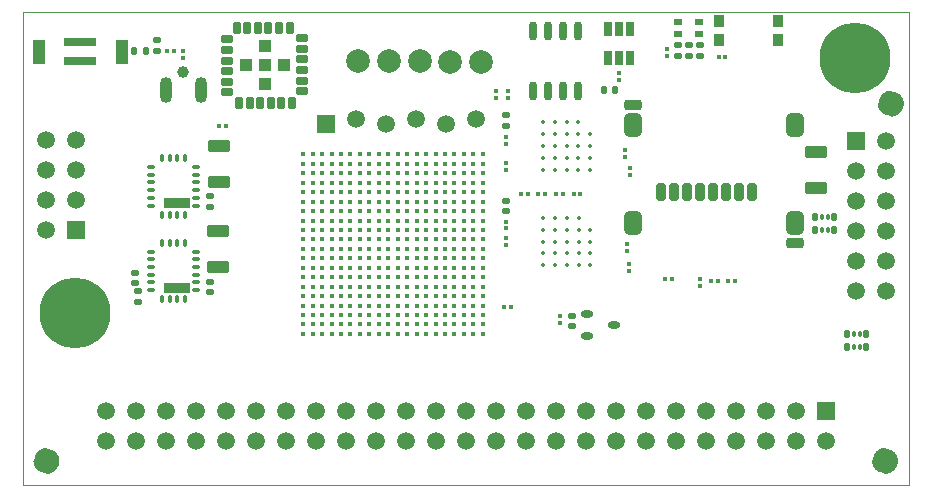
<source format=gts>
%FSLAX44Y44*%
%MOMM*%
G71*
G01*
G75*
G04 Layer_Color=8388736*
%ADD10C,0.1500*%
%ADD11C,1.0000*%
%ADD12O,1.0500X2.2000*%
G04:AMPARAMS|DCode=13|XSize=0.6mm|YSize=0.5mm|CornerRadius=0.05mm|HoleSize=0mm|Usage=FLASHONLY|Rotation=0.000|XOffset=0mm|YOffset=0mm|HoleType=Round|Shape=RoundedRectangle|*
%AMROUNDEDRECTD13*
21,1,0.6000,0.4000,0,0,0.0*
21,1,0.5000,0.5000,0,0,0.0*
1,1,0.1000,0.2500,-0.2000*
1,1,0.1000,-0.2500,-0.2000*
1,1,0.1000,-0.2500,0.2000*
1,1,0.1000,0.2500,0.2000*
%
%ADD13ROUNDEDRECTD13*%
G04:AMPARAMS|DCode=14|XSize=0.45mm|YSize=0.65mm|CornerRadius=0.1125mm|HoleSize=0mm|Usage=FLASHONLY|Rotation=180.000|XOffset=0mm|YOffset=0mm|HoleType=Round|Shape=RoundedRectangle|*
%AMROUNDEDRECTD14*
21,1,0.4500,0.4250,0,0,180.0*
21,1,0.2250,0.6500,0,0,180.0*
1,1,0.2250,-0.1125,0.2125*
1,1,0.2250,0.1125,0.2125*
1,1,0.2250,0.1125,-0.2125*
1,1,0.2250,-0.1125,-0.2125*
%
%ADD14ROUNDEDRECTD14*%
%ADD15O,0.3000X0.6500*%
G04:AMPARAMS|DCode=16|XSize=0.4mm|YSize=0.37mm|CornerRadius=0.037mm|HoleSize=0mm|Usage=FLASHONLY|Rotation=90.000|XOffset=0mm|YOffset=0mm|HoleType=Round|Shape=RoundedRectangle|*
%AMROUNDEDRECTD16*
21,1,0.4000,0.2960,0,0,90.0*
21,1,0.3260,0.3700,0,0,90.0*
1,1,0.0740,0.1480,0.1630*
1,1,0.0740,0.1480,-0.1630*
1,1,0.0740,-0.1480,-0.1630*
1,1,0.0740,-0.1480,0.1630*
%
%ADD16ROUNDEDRECTD16*%
G04:AMPARAMS|DCode=17|XSize=0.6mm|YSize=0.5mm|CornerRadius=0.05mm|HoleSize=0mm|Usage=FLASHONLY|Rotation=270.000|XOffset=0mm|YOffset=0mm|HoleType=Round|Shape=RoundedRectangle|*
%AMROUNDEDRECTD17*
21,1,0.6000,0.4000,0,0,270.0*
21,1,0.5000,0.5000,0,0,270.0*
1,1,0.1000,-0.2000,-0.2500*
1,1,0.1000,-0.2000,0.2500*
1,1,0.1000,0.2000,0.2500*
1,1,0.1000,0.2000,-0.2500*
%
%ADD17ROUNDEDRECTD17*%
G04:AMPARAMS|DCode=18|XSize=0.4mm|YSize=0.37mm|CornerRadius=0.037mm|HoleSize=0mm|Usage=FLASHONLY|Rotation=180.000|XOffset=0mm|YOffset=0mm|HoleType=Round|Shape=RoundedRectangle|*
%AMROUNDEDRECTD18*
21,1,0.4000,0.2960,0,0,180.0*
21,1,0.3260,0.3700,0,0,180.0*
1,1,0.0740,-0.1630,0.1480*
1,1,0.0740,0.1630,0.1480*
1,1,0.0740,0.1630,-0.1480*
1,1,0.0740,-0.1630,-0.1480*
%
%ADD18ROUNDEDRECTD18*%
G04:AMPARAMS|DCode=19|XSize=0.5mm|YSize=0.62mm|CornerRadius=0.1mm|HoleSize=0mm|Usage=FLASHONLY|Rotation=90.000|XOffset=0mm|YOffset=0mm|HoleType=Round|Shape=RoundedRectangle|*
%AMROUNDEDRECTD19*
21,1,0.5000,0.4200,0,0,90.0*
21,1,0.3000,0.6200,0,0,90.0*
1,1,0.2000,0.2100,0.1500*
1,1,0.2000,0.2100,-0.1500*
1,1,0.2000,-0.2100,-0.1500*
1,1,0.2000,-0.2100,0.1500*
%
%ADD19ROUNDEDRECTD19*%
G04:AMPARAMS|DCode=20|XSize=0.5mm|YSize=0.62mm|CornerRadius=0.1mm|HoleSize=0mm|Usage=FLASHONLY|Rotation=180.000|XOffset=0mm|YOffset=0mm|HoleType=Round|Shape=RoundedRectangle|*
%AMROUNDEDRECTD20*
21,1,0.5000,0.4200,0,0,180.0*
21,1,0.3000,0.6200,0,0,180.0*
1,1,0.2000,-0.1500,0.2100*
1,1,0.2000,0.1500,0.2100*
1,1,0.2000,0.1500,-0.2100*
1,1,0.2000,-0.1500,-0.2100*
%
%ADD20ROUNDEDRECTD20*%
G04:AMPARAMS|DCode=21|XSize=1mm|YSize=0.7mm|CornerRadius=0.1155mm|HoleSize=0mm|Usage=FLASHONLY|Rotation=90.000|XOffset=0mm|YOffset=0mm|HoleType=Round|Shape=RoundedRectangle|*
%AMROUNDEDRECTD21*
21,1,1.0000,0.4690,0,0,90.0*
21,1,0.7690,0.7000,0,0,90.0*
1,1,0.2310,0.2345,0.3845*
1,1,0.2310,0.2345,-0.3845*
1,1,0.2310,-0.2345,-0.3845*
1,1,0.2310,-0.2345,0.3845*
%
%ADD21ROUNDEDRECTD21*%
G04:AMPARAMS|DCode=22|XSize=1mm|YSize=0.7mm|CornerRadius=0.1155mm|HoleSize=0mm|Usage=FLASHONLY|Rotation=0.000|XOffset=0mm|YOffset=0mm|HoleType=Round|Shape=RoundedRectangle|*
%AMROUNDEDRECTD22*
21,1,1.0000,0.4690,0,0,0.0*
21,1,0.7690,0.7000,0,0,0.0*
1,1,0.2310,0.3845,-0.2345*
1,1,0.2310,-0.3845,-0.2345*
1,1,0.2310,-0.3845,0.2345*
1,1,0.2310,0.3845,0.2345*
%
%ADD22ROUNDEDRECTD22*%
G04:AMPARAMS|DCode=23|XSize=1.1mm|YSize=1.1mm|CornerRadius=0.1815mm|HoleSize=0mm|Usage=FLASHONLY|Rotation=90.000|XOffset=0mm|YOffset=0mm|HoleType=Round|Shape=RoundedRectangle|*
%AMROUNDEDRECTD23*
21,1,1.1000,0.7370,0,0,90.0*
21,1,0.7370,1.1000,0,0,90.0*
1,1,0.3630,0.3685,0.3685*
1,1,0.3630,0.3685,-0.3685*
1,1,0.3630,-0.3685,-0.3685*
1,1,0.3630,-0.3685,0.3685*
%
%ADD23ROUNDEDRECTD23*%
%ADD24O,1.0500X0.6000*%
G04:AMPARAMS|DCode=25|XSize=0.8mm|YSize=1.5mm|CornerRadius=0.2mm|HoleSize=0mm|Usage=FLASHONLY|Rotation=0.000|XOffset=0mm|YOffset=0mm|HoleType=Round|Shape=RoundedRectangle|*
%AMROUNDEDRECTD25*
21,1,0.8000,1.1000,0,0,0.0*
21,1,0.4000,1.5000,0,0,0.0*
1,1,0.4000,0.2000,-0.5500*
1,1,0.4000,-0.2000,-0.5500*
1,1,0.4000,-0.2000,0.5500*
1,1,0.4000,0.2000,0.5500*
%
%ADD25ROUNDEDRECTD25*%
G04:AMPARAMS|DCode=26|XSize=1.45mm|YSize=0.9mm|CornerRadius=0.225mm|HoleSize=0mm|Usage=FLASHONLY|Rotation=0.000|XOffset=0mm|YOffset=0mm|HoleType=Round|Shape=RoundedRectangle|*
%AMROUNDEDRECTD26*
21,1,1.4500,0.4500,0,0,0.0*
21,1,1.0000,0.9000,0,0,0.0*
1,1,0.4500,0.5000,-0.2250*
1,1,0.4500,-0.5000,-0.2250*
1,1,0.4500,-0.5000,0.2250*
1,1,0.4500,0.5000,0.2250*
%
%ADD26ROUNDEDRECTD26*%
G04:AMPARAMS|DCode=27|XSize=1.45mm|YSize=2mm|CornerRadius=0.3625mm|HoleSize=0mm|Usage=FLASHONLY|Rotation=0.000|XOffset=0mm|YOffset=0mm|HoleType=Round|Shape=RoundedRectangle|*
%AMROUNDEDRECTD27*
21,1,1.4500,1.2750,0,0,0.0*
21,1,0.7250,2.0000,0,0,0.0*
1,1,0.7250,0.3625,-0.6375*
1,1,0.7250,-0.3625,-0.6375*
1,1,0.7250,-0.3625,0.6375*
1,1,0.7250,0.3625,0.6375*
%
%ADD27ROUNDEDRECTD27*%
%ADD28O,0.7600X1.6000*%
%ADD29C,0.3500*%
%ADD30C,0.4000*%
G04:AMPARAMS|DCode=31|XSize=0.3mm|YSize=0.6mm|CornerRadius=0.0495mm|HoleSize=0mm|Usage=FLASHONLY|Rotation=0.000|XOffset=0mm|YOffset=0mm|HoleType=Round|Shape=RoundedRectangle|*
%AMROUNDEDRECTD31*
21,1,0.3000,0.5010,0,0,0.0*
21,1,0.2010,0.6000,0,0,0.0*
1,1,0.0990,0.1005,-0.2505*
1,1,0.0990,-0.1005,-0.2505*
1,1,0.0990,-0.1005,0.2505*
1,1,0.0990,0.1005,0.2505*
%
%ADD31ROUNDEDRECTD31*%
G04:AMPARAMS|DCode=32|XSize=0.3mm|YSize=0.6mm|CornerRadius=0.0495mm|HoleSize=0mm|Usage=FLASHONLY|Rotation=270.000|XOffset=0mm|YOffset=0mm|HoleType=Round|Shape=RoundedRectangle|*
%AMROUNDEDRECTD32*
21,1,0.3000,0.5010,0,0,270.0*
21,1,0.2010,0.6000,0,0,270.0*
1,1,0.0990,-0.2505,-0.1005*
1,1,0.0990,-0.2505,0.1005*
1,1,0.0990,0.2505,0.1005*
1,1,0.0990,0.2505,-0.1005*
%
%ADD32ROUNDEDRECTD32*%
%ADD33R,2.2500X0.9000*%
%ADD34R,0.7400X0.5400*%
%ADD35R,0.9000X1.0000*%
%ADD36R,0.6500X1.2000*%
G04:AMPARAMS|DCode=37|XSize=1.82mm|YSize=1.07mm|CornerRadius=0.107mm|HoleSize=0mm|Usage=FLASHONLY|Rotation=180.000|XOffset=0mm|YOffset=0mm|HoleType=Round|Shape=RoundedRectangle|*
%AMROUNDEDRECTD37*
21,1,1.8200,0.8560,0,0,180.0*
21,1,1.6060,1.0700,0,0,180.0*
1,1,0.2140,-0.8030,0.4280*
1,1,0.2140,0.8030,0.4280*
1,1,0.2140,0.8030,-0.4280*
1,1,0.2140,-0.8030,-0.4280*
%
%ADD37ROUNDEDRECTD37*%
%ADD38R,1.0000X2.0000*%
%ADD39R,2.8000X0.8000*%
%ADD40C,2.0000*%
%ADD41C,0.2000*%
%ADD42C,0.3000*%
%ADD43C,0.1000*%
%ADD44C,0.3810*%
%ADD45C,0.5000*%
%ADD46C,0.4000*%
%ADD47R,1.5000X1.5000*%
%ADD48C,1.5000*%
%ADD49R,1.5000X1.5000*%
%ADD50C,0.8000*%
%ADD51C,6.0000*%
%ADD52C,0.5000*%
G04:AMPARAMS|DCode=53|XSize=1.82mm|YSize=1.07mm|CornerRadius=0.107mm|HoleSize=0mm|Usage=FLASHONLY|Rotation=270.000|XOffset=0mm|YOffset=0mm|HoleType=Round|Shape=RoundedRectangle|*
%AMROUNDEDRECTD53*
21,1,1.8200,0.8560,0,0,270.0*
21,1,1.6060,1.0700,0,0,270.0*
1,1,0.2140,-0.4280,-0.8030*
1,1,0.2140,-0.4280,0.8030*
1,1,0.2140,0.4280,0.8030*
1,1,0.2140,0.4280,-0.8030*
%
%ADD53ROUNDEDRECTD53*%
G04:AMPARAMS|DCode=54|XSize=1.5mm|YSize=2.8mm|CornerRadius=0.375mm|HoleSize=0mm|Usage=FLASHONLY|Rotation=0.000|XOffset=0mm|YOffset=0mm|HoleType=Round|Shape=RoundedRectangle|*
%AMROUNDEDRECTD54*
21,1,1.5000,2.0500,0,0,0.0*
21,1,0.7500,2.8000,0,0,0.0*
1,1,0.7500,0.3750,-1.0250*
1,1,0.7500,-0.3750,-1.0250*
1,1,0.7500,-0.3750,1.0250*
1,1,0.7500,0.3750,1.0250*
%
%ADD54ROUNDEDRECTD54*%
G04:AMPARAMS|DCode=55|XSize=1mm|YSize=1.5mm|CornerRadius=0.25mm|HoleSize=0mm|Usage=FLASHONLY|Rotation=0.000|XOffset=0mm|YOffset=0mm|HoleType=Round|Shape=RoundedRectangle|*
%AMROUNDEDRECTD55*
21,1,1.0000,1.0000,0,0,0.0*
21,1,0.5000,1.5000,0,0,0.0*
1,1,0.5000,0.2500,-0.5000*
1,1,0.5000,-0.2500,-0.5000*
1,1,0.5000,-0.2500,0.5000*
1,1,0.5000,0.2500,0.5000*
%
%ADD55ROUNDEDRECTD55*%
G04:AMPARAMS|DCode=56|XSize=0.7mm|YSize=1.5mm|CornerRadius=0.175mm|HoleSize=0mm|Usage=FLASHONLY|Rotation=0.000|XOffset=0mm|YOffset=0mm|HoleType=Round|Shape=RoundedRectangle|*
%AMROUNDEDRECTD56*
21,1,0.7000,1.1500,0,0,0.0*
21,1,0.3500,1.5000,0,0,0.0*
1,1,0.3500,0.1750,-0.5750*
1,1,0.3500,-0.1750,-0.5750*
1,1,0.3500,-0.1750,0.5750*
1,1,0.3500,0.1750,0.5750*
%
%ADD56ROUNDEDRECTD56*%
G04:AMPARAMS|DCode=57|XSize=0.9mm|YSize=0.8mm|CornerRadius=0.08mm|HoleSize=0mm|Usage=FLASHONLY|Rotation=0.000|XOffset=0mm|YOffset=0mm|HoleType=Round|Shape=RoundedRectangle|*
%AMROUNDEDRECTD57*
21,1,0.9000,0.6400,0,0,0.0*
21,1,0.7400,0.8000,0,0,0.0*
1,1,0.1600,0.3700,-0.3200*
1,1,0.1600,-0.3700,-0.3200*
1,1,0.1600,-0.3700,0.3200*
1,1,0.1600,0.3700,0.3200*
%
%ADD57ROUNDEDRECTD57*%
G04:AMPARAMS|DCode=58|XSize=0.45mm|YSize=0.65mm|CornerRadius=0.1125mm|HoleSize=0mm|Usage=FLASHONLY|Rotation=270.000|XOffset=0mm|YOffset=0mm|HoleType=Round|Shape=RoundedRectangle|*
%AMROUNDEDRECTD58*
21,1,0.4500,0.4250,0,0,270.0*
21,1,0.2250,0.6500,0,0,270.0*
1,1,0.2250,-0.2125,-0.1125*
1,1,0.2250,-0.2125,0.1125*
1,1,0.2250,0.2125,0.1125*
1,1,0.2250,0.2125,-0.1125*
%
%ADD58ROUNDEDRECTD58*%
%ADD59O,0.6500X0.3000*%
%ADD60C,1.0000*%
%ADD61C,0.7500*%
%ADD62C,2.0000*%
D11*
X135900Y349252D02*
D03*
X735000Y322500D02*
D03*
X730000Y20000D02*
D03*
X20000D02*
D03*
D12*
X150650Y334002D02*
D03*
X121150D02*
D03*
D13*
X465000Y142827D02*
D03*
Y133827D02*
D03*
X158676Y162741D02*
D03*
Y171741D02*
D03*
X564053Y362836D02*
D03*
Y371836D02*
D03*
X573584Y362836D02*
D03*
Y371836D02*
D03*
X554567Y362758D02*
D03*
Y371758D02*
D03*
X409384Y231349D02*
D03*
Y240349D02*
D03*
X158846Y235144D02*
D03*
Y244144D02*
D03*
X95000Y170500D02*
D03*
Y179500D02*
D03*
X97658Y154931D02*
D03*
Y163931D02*
D03*
X409135Y312811D02*
D03*
Y303811D02*
D03*
D14*
X714250Y127500D02*
D03*
X697750D02*
D03*
X714250Y116500D02*
D03*
X697750D02*
D03*
X687250Y226500D02*
D03*
X670750D02*
D03*
X687250Y215500D02*
D03*
X670750D02*
D03*
D15*
X708500Y127500D02*
D03*
X703500D02*
D03*
X708500Y116500D02*
D03*
X703500D02*
D03*
X681500Y226500D02*
D03*
X676500D02*
D03*
X681500Y215500D02*
D03*
X676500D02*
D03*
D16*
X594850Y362000D02*
D03*
X589150D02*
D03*
X171850Y304000D02*
D03*
X166150D02*
D03*
X121997Y366698D02*
D03*
X127697D02*
D03*
X451456Y246171D02*
D03*
X457156D02*
D03*
X441783Y245919D02*
D03*
X436083D02*
D03*
X588663Y172478D02*
D03*
X582963D02*
D03*
X597262Y172542D02*
D03*
X602962D02*
D03*
X549673Y173901D02*
D03*
X543973D02*
D03*
X413324Y150493D02*
D03*
X407624D02*
D03*
X472133Y246233D02*
D03*
X466433D02*
D03*
X427394Y245919D02*
D03*
X421694D02*
D03*
D17*
X501500Y334000D02*
D03*
X492500D02*
D03*
D18*
X135900Y366700D02*
D03*
Y361000D02*
D03*
X510193Y283253D02*
D03*
Y277553D02*
D03*
X410418Y333050D02*
D03*
Y327350D02*
D03*
X545608Y368447D02*
D03*
Y362747D02*
D03*
X504897Y342579D02*
D03*
Y348279D02*
D03*
X409539Y202796D02*
D03*
Y208496D02*
D03*
X409421Y294404D02*
D03*
Y288704D02*
D03*
X409418Y266648D02*
D03*
Y272348D02*
D03*
X409554Y222644D02*
D03*
Y216944D02*
D03*
X511474Y198097D02*
D03*
Y203798D02*
D03*
X455000Y142850D02*
D03*
Y137150D02*
D03*
X513318Y186478D02*
D03*
Y180778D02*
D03*
X514131Y267688D02*
D03*
Y261988D02*
D03*
X573525Y167979D02*
D03*
Y173680D02*
D03*
X401000Y332850D02*
D03*
Y327150D02*
D03*
D19*
X113598Y376702D02*
D03*
Y366702D02*
D03*
D20*
X94398Y366698D02*
D03*
X104398D02*
D03*
D21*
X183000Y323000D02*
D03*
X192000D02*
D03*
X201000D02*
D03*
X210000D02*
D03*
X219000D02*
D03*
X228000D02*
D03*
X226000Y386500D02*
D03*
X217000D02*
D03*
X208000D02*
D03*
X199000D02*
D03*
X190000D02*
D03*
X181000D02*
D03*
D22*
X173250Y377000D02*
D03*
Y368000D02*
D03*
Y359000D02*
D03*
Y350000D02*
D03*
Y341000D02*
D03*
Y332000D02*
D03*
X236500Y378000D02*
D03*
Y369000D02*
D03*
Y360000D02*
D03*
Y351000D02*
D03*
Y342000D02*
D03*
Y333000D02*
D03*
D23*
X205000Y339000D02*
D03*
X189000Y355000D02*
D03*
X221000D02*
D03*
X205000Y371000D02*
D03*
Y355000D02*
D03*
D24*
X477660Y144626D02*
D03*
Y125626D02*
D03*
X500660Y135126D02*
D03*
D25*
X540030Y247312D02*
D03*
X551030D02*
D03*
X562030D02*
D03*
X573031D02*
D03*
X584030D02*
D03*
X595030D02*
D03*
X606030D02*
D03*
X617030D02*
D03*
D26*
X653780Y204312D02*
D03*
X516280Y321312D02*
D03*
D27*
Y304312D02*
D03*
X653780D02*
D03*
Y221312D02*
D03*
X516280D02*
D03*
D28*
X431660Y332844D02*
D03*
X444360D02*
D03*
X457060D02*
D03*
X469760D02*
D03*
X431660Y383644D02*
D03*
X444360D02*
D03*
X457060D02*
D03*
X469760D02*
D03*
D29*
X440523Y185774D02*
D03*
Y195774D02*
D03*
Y205774D02*
D03*
Y215774D02*
D03*
Y225774D02*
D03*
X450523Y185774D02*
D03*
Y195774D02*
D03*
Y205774D02*
D03*
Y215774D02*
D03*
Y225774D02*
D03*
X460523Y185774D02*
D03*
Y195774D02*
D03*
Y205774D02*
D03*
Y215774D02*
D03*
Y225774D02*
D03*
X470523Y185774D02*
D03*
Y195774D02*
D03*
Y205774D02*
D03*
Y215774D02*
D03*
Y225774D02*
D03*
X480523Y185774D02*
D03*
Y195774D02*
D03*
Y205774D02*
D03*
Y215774D02*
D03*
X440423Y266688D02*
D03*
Y276688D02*
D03*
Y286688D02*
D03*
Y296688D02*
D03*
Y306688D02*
D03*
X450423Y266688D02*
D03*
Y276688D02*
D03*
Y286688D02*
D03*
Y296688D02*
D03*
Y306688D02*
D03*
X460423Y266688D02*
D03*
Y276688D02*
D03*
Y286688D02*
D03*
Y296688D02*
D03*
Y306688D02*
D03*
X470423Y266688D02*
D03*
Y276688D02*
D03*
Y286688D02*
D03*
Y296688D02*
D03*
Y306688D02*
D03*
X480423Y266688D02*
D03*
Y276688D02*
D03*
Y286688D02*
D03*
Y296688D02*
D03*
D30*
X237472Y127552D02*
D03*
Y135552D02*
D03*
Y143552D02*
D03*
Y151552D02*
D03*
Y159552D02*
D03*
Y167552D02*
D03*
Y175552D02*
D03*
Y183552D02*
D03*
Y191552D02*
D03*
Y199552D02*
D03*
Y207552D02*
D03*
Y215552D02*
D03*
Y223552D02*
D03*
Y231552D02*
D03*
Y239552D02*
D03*
Y247552D02*
D03*
Y255552D02*
D03*
Y263552D02*
D03*
Y271552D02*
D03*
Y279552D02*
D03*
X245473Y127552D02*
D03*
Y135552D02*
D03*
Y143552D02*
D03*
Y151552D02*
D03*
Y159552D02*
D03*
Y167552D02*
D03*
Y175552D02*
D03*
Y183552D02*
D03*
Y191552D02*
D03*
Y199552D02*
D03*
Y207552D02*
D03*
Y215552D02*
D03*
Y223552D02*
D03*
Y231552D02*
D03*
Y239552D02*
D03*
Y247552D02*
D03*
Y255552D02*
D03*
Y263552D02*
D03*
Y271552D02*
D03*
Y279552D02*
D03*
X253472Y127552D02*
D03*
Y135552D02*
D03*
Y143552D02*
D03*
Y151552D02*
D03*
Y159552D02*
D03*
Y167552D02*
D03*
Y175552D02*
D03*
Y183552D02*
D03*
Y191552D02*
D03*
Y199552D02*
D03*
Y207552D02*
D03*
Y215552D02*
D03*
Y223552D02*
D03*
Y231552D02*
D03*
Y239552D02*
D03*
Y247552D02*
D03*
Y255552D02*
D03*
Y263552D02*
D03*
Y271552D02*
D03*
Y279552D02*
D03*
X261472Y127552D02*
D03*
Y135552D02*
D03*
Y143552D02*
D03*
Y151552D02*
D03*
Y159552D02*
D03*
Y167552D02*
D03*
Y175552D02*
D03*
Y183552D02*
D03*
Y191552D02*
D03*
Y199552D02*
D03*
Y207552D02*
D03*
Y215552D02*
D03*
Y223552D02*
D03*
Y231552D02*
D03*
Y239552D02*
D03*
Y247552D02*
D03*
Y255552D02*
D03*
Y263552D02*
D03*
Y271552D02*
D03*
Y279552D02*
D03*
X269473Y127552D02*
D03*
Y135552D02*
D03*
Y143552D02*
D03*
Y151552D02*
D03*
Y159552D02*
D03*
Y167552D02*
D03*
Y175552D02*
D03*
Y183552D02*
D03*
Y191552D02*
D03*
Y199552D02*
D03*
Y207552D02*
D03*
Y215552D02*
D03*
Y223552D02*
D03*
Y231552D02*
D03*
Y239552D02*
D03*
Y247552D02*
D03*
Y255552D02*
D03*
Y263552D02*
D03*
Y271552D02*
D03*
Y279552D02*
D03*
X277472Y127552D02*
D03*
Y135552D02*
D03*
Y143552D02*
D03*
Y151552D02*
D03*
Y159552D02*
D03*
Y167552D02*
D03*
Y175552D02*
D03*
Y183552D02*
D03*
Y191552D02*
D03*
Y199552D02*
D03*
Y207552D02*
D03*
Y215552D02*
D03*
Y223552D02*
D03*
Y231552D02*
D03*
Y239552D02*
D03*
Y247552D02*
D03*
Y255552D02*
D03*
Y263552D02*
D03*
Y271552D02*
D03*
Y279552D02*
D03*
X285473Y127552D02*
D03*
Y135552D02*
D03*
Y143552D02*
D03*
Y151552D02*
D03*
Y159552D02*
D03*
Y167552D02*
D03*
Y175552D02*
D03*
Y183552D02*
D03*
Y191552D02*
D03*
Y199552D02*
D03*
Y207552D02*
D03*
Y215552D02*
D03*
Y223552D02*
D03*
Y231552D02*
D03*
Y239552D02*
D03*
Y247552D02*
D03*
Y255552D02*
D03*
Y263552D02*
D03*
Y271552D02*
D03*
Y279552D02*
D03*
X293472Y127552D02*
D03*
Y135552D02*
D03*
Y143552D02*
D03*
Y151552D02*
D03*
Y159552D02*
D03*
Y167552D02*
D03*
Y175552D02*
D03*
Y183552D02*
D03*
Y191552D02*
D03*
Y199552D02*
D03*
Y207552D02*
D03*
Y215552D02*
D03*
Y223552D02*
D03*
Y231552D02*
D03*
Y239552D02*
D03*
Y247552D02*
D03*
Y255552D02*
D03*
Y263552D02*
D03*
Y271552D02*
D03*
Y279552D02*
D03*
X301472Y127552D02*
D03*
Y135552D02*
D03*
Y143552D02*
D03*
Y151552D02*
D03*
Y159552D02*
D03*
Y167552D02*
D03*
Y175552D02*
D03*
Y183552D02*
D03*
Y191552D02*
D03*
Y199552D02*
D03*
Y207552D02*
D03*
Y215552D02*
D03*
Y223552D02*
D03*
Y231552D02*
D03*
Y239552D02*
D03*
Y247552D02*
D03*
Y255552D02*
D03*
Y263552D02*
D03*
Y271552D02*
D03*
Y279552D02*
D03*
X309473Y127552D02*
D03*
Y135552D02*
D03*
Y143552D02*
D03*
Y151552D02*
D03*
Y159552D02*
D03*
Y167552D02*
D03*
Y175552D02*
D03*
Y183552D02*
D03*
Y191552D02*
D03*
Y199552D02*
D03*
Y207552D02*
D03*
Y215552D02*
D03*
Y223552D02*
D03*
Y231552D02*
D03*
Y239552D02*
D03*
Y247552D02*
D03*
Y255552D02*
D03*
Y263552D02*
D03*
Y271552D02*
D03*
Y279552D02*
D03*
X317472Y127552D02*
D03*
Y135552D02*
D03*
Y143552D02*
D03*
Y151552D02*
D03*
Y159552D02*
D03*
Y167552D02*
D03*
Y175552D02*
D03*
Y183552D02*
D03*
Y191552D02*
D03*
Y199552D02*
D03*
Y207552D02*
D03*
Y215552D02*
D03*
Y223552D02*
D03*
Y231552D02*
D03*
Y239552D02*
D03*
Y247552D02*
D03*
Y255552D02*
D03*
Y263552D02*
D03*
Y271552D02*
D03*
Y279552D02*
D03*
X325472Y127552D02*
D03*
Y135552D02*
D03*
Y143552D02*
D03*
Y151552D02*
D03*
Y159552D02*
D03*
Y167552D02*
D03*
Y175552D02*
D03*
Y183552D02*
D03*
Y191552D02*
D03*
Y199552D02*
D03*
Y207552D02*
D03*
Y215552D02*
D03*
Y223552D02*
D03*
Y231552D02*
D03*
Y239552D02*
D03*
Y247552D02*
D03*
Y255552D02*
D03*
Y263552D02*
D03*
Y271552D02*
D03*
Y279552D02*
D03*
X333473Y127552D02*
D03*
Y135552D02*
D03*
Y143552D02*
D03*
Y151552D02*
D03*
Y159552D02*
D03*
Y167552D02*
D03*
Y175552D02*
D03*
Y183552D02*
D03*
Y191552D02*
D03*
Y199552D02*
D03*
Y207552D02*
D03*
Y215552D02*
D03*
Y223552D02*
D03*
Y231552D02*
D03*
Y239552D02*
D03*
Y247552D02*
D03*
Y255552D02*
D03*
Y263552D02*
D03*
Y271552D02*
D03*
Y279552D02*
D03*
X341473Y127552D02*
D03*
Y135552D02*
D03*
Y143552D02*
D03*
Y151552D02*
D03*
Y159552D02*
D03*
Y167552D02*
D03*
Y175552D02*
D03*
Y183552D02*
D03*
Y191552D02*
D03*
Y199552D02*
D03*
Y207552D02*
D03*
Y215552D02*
D03*
Y223552D02*
D03*
Y231552D02*
D03*
Y239552D02*
D03*
Y247552D02*
D03*
Y255552D02*
D03*
Y263552D02*
D03*
Y271552D02*
D03*
Y279552D02*
D03*
X349473Y127552D02*
D03*
Y135552D02*
D03*
Y143552D02*
D03*
Y151552D02*
D03*
Y159552D02*
D03*
Y167552D02*
D03*
Y175552D02*
D03*
Y183552D02*
D03*
Y191552D02*
D03*
Y199552D02*
D03*
Y207552D02*
D03*
Y215552D02*
D03*
Y223552D02*
D03*
Y231552D02*
D03*
Y239552D02*
D03*
Y247552D02*
D03*
Y255552D02*
D03*
Y263552D02*
D03*
Y271552D02*
D03*
Y279552D02*
D03*
X357472Y127552D02*
D03*
Y135552D02*
D03*
Y143552D02*
D03*
Y151552D02*
D03*
Y159552D02*
D03*
Y167552D02*
D03*
Y175552D02*
D03*
Y183552D02*
D03*
Y191552D02*
D03*
Y199552D02*
D03*
Y207552D02*
D03*
Y215552D02*
D03*
Y223552D02*
D03*
Y231552D02*
D03*
Y239552D02*
D03*
Y247552D02*
D03*
Y255552D02*
D03*
Y263552D02*
D03*
Y271552D02*
D03*
Y279552D02*
D03*
X365472Y127552D02*
D03*
Y135552D02*
D03*
Y143552D02*
D03*
Y151552D02*
D03*
Y159552D02*
D03*
Y167552D02*
D03*
Y175552D02*
D03*
Y183552D02*
D03*
Y191552D02*
D03*
Y199552D02*
D03*
Y207552D02*
D03*
Y215552D02*
D03*
Y223552D02*
D03*
Y231552D02*
D03*
Y239552D02*
D03*
Y247552D02*
D03*
Y255552D02*
D03*
Y263552D02*
D03*
Y271552D02*
D03*
Y279552D02*
D03*
X373473Y127552D02*
D03*
Y135552D02*
D03*
Y143552D02*
D03*
Y151552D02*
D03*
Y159552D02*
D03*
Y167552D02*
D03*
Y175552D02*
D03*
Y183552D02*
D03*
Y191552D02*
D03*
Y199552D02*
D03*
Y207552D02*
D03*
Y215552D02*
D03*
Y223552D02*
D03*
Y231552D02*
D03*
Y239552D02*
D03*
Y247552D02*
D03*
Y255552D02*
D03*
Y263552D02*
D03*
Y271552D02*
D03*
Y279552D02*
D03*
X381473Y127552D02*
D03*
Y135552D02*
D03*
Y143552D02*
D03*
Y151552D02*
D03*
Y159552D02*
D03*
Y167552D02*
D03*
Y175552D02*
D03*
Y183552D02*
D03*
Y191552D02*
D03*
Y199552D02*
D03*
Y207552D02*
D03*
Y215552D02*
D03*
Y223552D02*
D03*
Y231552D02*
D03*
Y239552D02*
D03*
Y247552D02*
D03*
Y255552D02*
D03*
Y263552D02*
D03*
Y271552D02*
D03*
Y279552D02*
D03*
X389473Y127552D02*
D03*
Y135552D02*
D03*
Y143552D02*
D03*
Y151552D02*
D03*
Y159552D02*
D03*
Y167552D02*
D03*
Y175552D02*
D03*
Y183552D02*
D03*
Y191552D02*
D03*
Y199552D02*
D03*
Y207552D02*
D03*
Y215552D02*
D03*
Y223552D02*
D03*
Y231552D02*
D03*
Y239552D02*
D03*
Y247552D02*
D03*
Y255552D02*
D03*
Y263552D02*
D03*
Y271552D02*
D03*
Y279552D02*
D03*
D31*
X137452Y156937D02*
D03*
X117952D02*
D03*
X124452D02*
D03*
X130952D02*
D03*
Y204937D02*
D03*
X124452D02*
D03*
X117952D02*
D03*
X137452D02*
D03*
X137250Y228500D02*
D03*
X117750D02*
D03*
X124250D02*
D03*
X130750D02*
D03*
Y276500D02*
D03*
X124250D02*
D03*
X117750D02*
D03*
X137250D02*
D03*
D32*
X108702Y164687D02*
D03*
Y171187D02*
D03*
Y177687D02*
D03*
Y184187D02*
D03*
Y190687D02*
D03*
Y197187D02*
D03*
X146702Y197187D02*
D03*
Y190687D02*
D03*
Y184187D02*
D03*
Y177687D02*
D03*
Y171187D02*
D03*
Y164687D02*
D03*
X108500Y236250D02*
D03*
Y242750D02*
D03*
Y249250D02*
D03*
Y255750D02*
D03*
Y262250D02*
D03*
Y268750D02*
D03*
X146500Y268750D02*
D03*
Y262250D02*
D03*
Y255750D02*
D03*
Y249250D02*
D03*
Y242750D02*
D03*
Y236250D02*
D03*
D33*
X130452Y166437D02*
D03*
X130250Y238000D02*
D03*
D34*
X554442Y381513D02*
D03*
Y391513D02*
D03*
X572263Y391589D02*
D03*
Y381589D02*
D03*
D35*
X639316Y376571D02*
D03*
Y392571D02*
D03*
X589316Y376571D02*
D03*
Y392571D02*
D03*
D36*
X514525Y385541D02*
D03*
X505025D02*
D03*
X495525D02*
D03*
Y361541D02*
D03*
X514525D02*
D03*
X505025D02*
D03*
D37*
X672000Y281250D02*
D03*
Y250750D02*
D03*
X165131Y183852D02*
D03*
Y214352D02*
D03*
X165782Y255893D02*
D03*
Y286393D02*
D03*
D38*
X83816Y366639D02*
D03*
X13816D02*
D03*
D39*
X48816Y374789D02*
D03*
Y358489D02*
D03*
D40*
X284000Y359000D02*
D03*
X310000D02*
D03*
X336000D02*
D03*
X388000Y358000D02*
D03*
X362000D02*
D03*
D43*
X0Y0D02*
Y399996D01*
Y0D02*
X750004D01*
Y399996D01*
X0D02*
X750004D01*
D47*
X256500Y305500D02*
D03*
X679803Y62700D02*
D03*
D48*
X281900Y309500D02*
D03*
X307300Y305500D02*
D03*
X332700Y309500D02*
D03*
X358100Y305500D02*
D03*
X383500Y309500D02*
D03*
X19500Y215200D02*
D03*
X44900Y240600D02*
D03*
X19500D02*
D03*
X44900Y266000D02*
D03*
X19500D02*
D03*
X44900Y291400D02*
D03*
X19500D02*
D03*
X679803Y37300D02*
D03*
X654403Y62700D02*
D03*
Y37300D02*
D03*
X629003Y62700D02*
D03*
Y37300D02*
D03*
X603603Y62700D02*
D03*
Y37300D02*
D03*
X578203Y62700D02*
D03*
Y37300D02*
D03*
X552803Y62700D02*
D03*
Y37300D02*
D03*
X527403Y62700D02*
D03*
Y37300D02*
D03*
X502003Y62700D02*
D03*
Y37300D02*
D03*
X476603Y62700D02*
D03*
Y37300D02*
D03*
X451203Y62700D02*
D03*
Y37300D02*
D03*
X425803Y62700D02*
D03*
Y37300D02*
D03*
X400403Y62700D02*
D03*
Y37300D02*
D03*
X375003Y62700D02*
D03*
Y37300D02*
D03*
X349603Y62700D02*
D03*
Y37300D02*
D03*
X298803Y62700D02*
D03*
Y37300D02*
D03*
X273403Y62700D02*
D03*
Y37300D02*
D03*
X248003Y62700D02*
D03*
Y37300D02*
D03*
X222603Y62700D02*
D03*
Y37300D02*
D03*
X197203Y62700D02*
D03*
Y37300D02*
D03*
X171803Y62700D02*
D03*
Y37300D02*
D03*
X146403Y62700D02*
D03*
Y37300D02*
D03*
X121003Y62700D02*
D03*
Y37300D02*
D03*
X95603Y62700D02*
D03*
Y37300D02*
D03*
X70203Y62700D02*
D03*
Y37300D02*
D03*
X324203D02*
D03*
Y62700D02*
D03*
X730500Y164000D02*
D03*
Y189400D02*
D03*
Y214800D02*
D03*
Y240200D02*
D03*
Y265600D02*
D03*
Y291000D02*
D03*
X705100Y164000D02*
D03*
Y189400D02*
D03*
Y214800D02*
D03*
Y240200D02*
D03*
Y265600D02*
D03*
D49*
X44900Y215200D02*
D03*
X705100Y291000D02*
D03*
D51*
X705003Y361400D02*
D03*
X44503Y145200D02*
D03*
D62*
X736000Y322500D02*
G03*
X736000Y322500I-1000J0D01*
G01*
X731000Y20000D02*
G03*
X731000Y20000I-1000J0D01*
G01*
X21000D02*
G03*
X21000Y20000I-1000J0D01*
G01*
M02*

</source>
